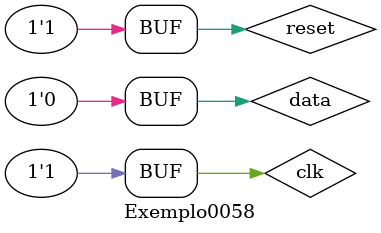
<source format=v>

`include "flip_flop_d.v"

module reg_desloc_esq2(output [4:0]saida, input data, input clk, input reset);

wire s1, s2, s3, s4, data_n;

not not1(data_n, data);

//Chamada dos flip-flops
flip_flop_d fpd5(saida[0], data, clk, reset);
and and4(s4, saida[0], data_n);
flip_flop_d fpd4(saida[1], s4, clk, reset);
and and3(s3, saida[1], data_n);
flip_flop_d fpd3(saida[2], s3, clk, reset);
and and2(s2, saida[2], data_n);
flip_flop_d fpd2(saida[3], s2, clk, reset);
and and1(s1, saida[3], data_n);
flip_flop_d fpd1(saida[4], s1, clk, reset);

endmodule //reg_desloc_esq2

// ----------------
// Exemplo0058
// ----------------
module Exemplo0058;

//----------------- Definir dados
reg data, reset, clk;
wire [4:0]saida;

// ---------------- Instância
 reg_desloc_esq2 rde1(saida, data, clk, reset);

// ---------------- Preparação
 initial begin: start
  data = 1'b1;
  reset = 1'b0;
  clk = 1'b1;
 end

// ----------------- Parte principal
 initial begin: main
  $display("Exemplo0058 - Josemar Alves Caetano - 448662.");
  $display("Teste Registrador de deslocamento para esquerda.");

  $monitor("Saida: %b", saida);

 #1 data = 1'b0; clk = 1'b0;
 #1 data = 1'b0; clk = 1'b1;
 #1 data = 1'b0; clk = 1'b0;
 #1 data = 1'b0; clk = 1'b1;
 #1 data = 1'b0; clk = 1'b0;
 #1 data = 1'b0; clk = 1'b1;
 #1 data = 1'b0; clk = 1'b0;
 #1 data = 1'b0; clk = 1'b1;
 #1 data = 1'b0; reset = 1'b1;
 
end

endmodule //Exemplo0058



</source>
